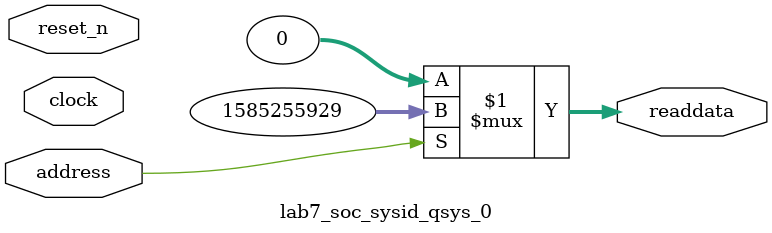
<source format=v>



// synthesis translate_off
`timescale 1ns / 1ps
// synthesis translate_on

// turn off superfluous verilog processor warnings 
// altera message_level Level1 
// altera message_off 10034 10035 10036 10037 10230 10240 10030 

module lab7_soc_sysid_qsys_0 (
               // inputs:
                address,
                clock,
                reset_n,

               // outputs:
                readdata
             )
;

  output  [ 31: 0] readdata;
  input            address;
  input            clock;
  input            reset_n;

  wire    [ 31: 0] readdata;
  //control_slave, which is an e_avalon_slave
  assign readdata = address ? 1585255929 : 0;

endmodule



</source>
